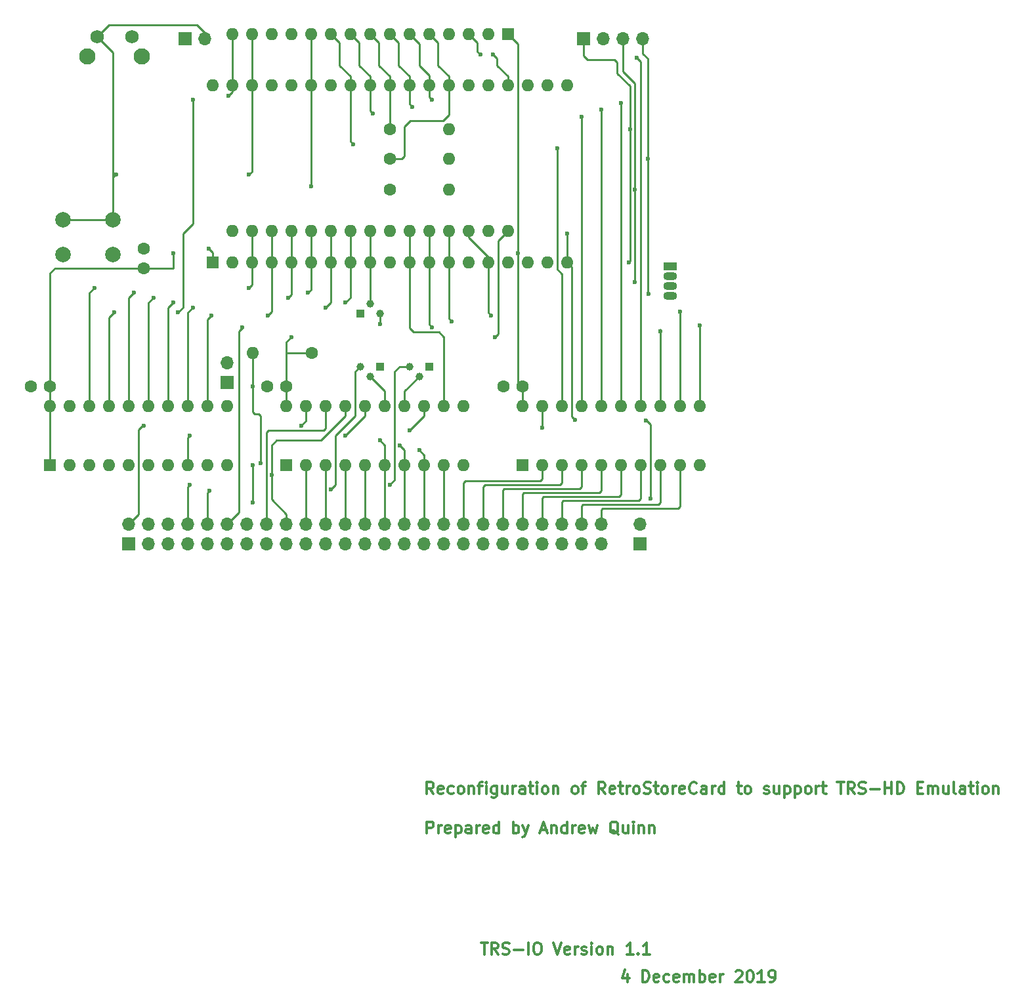
<source format=gbr>
G04 #@! TF.FileFunction,Copper,L1,Top,Signal*
%FSLAX46Y46*%
G04 Gerber Fmt 4.6, Leading zero omitted, Abs format (unit mm)*
G04 Created by KiCad (PCBNEW 4.0.7) date 12/04/19 23:23:48*
%MOMM*%
%LPD*%
G01*
G04 APERTURE LIST*
%ADD10C,0.100000*%
%ADD11C,0.300000*%
%ADD12C,1.600000*%
%ADD13R,1.800000X1.070000*%
%ADD14O,1.800000X1.070000*%
%ADD15C,1.000000*%
%ADD16R,1.000000X1.000000*%
%ADD17O,1.600000X1.600000*%
%ADD18C,2.000000*%
%ADD19R,1.600000X1.600000*%
%ADD20R,1.700000X1.700000*%
%ADD21O,1.700000X1.700000*%
%ADD22C,2.100000*%
%ADD23C,1.750000*%
%ADD24C,0.600000*%
%ADD25C,0.250000*%
G04 APERTURE END LIST*
D10*
D11*
X180284286Y-169451571D02*
X179784286Y-168737286D01*
X179427143Y-169451571D02*
X179427143Y-167951571D01*
X179998571Y-167951571D01*
X180141429Y-168023000D01*
X180212857Y-168094429D01*
X180284286Y-168237286D01*
X180284286Y-168451571D01*
X180212857Y-168594429D01*
X180141429Y-168665857D01*
X179998571Y-168737286D01*
X179427143Y-168737286D01*
X181498571Y-169380143D02*
X181355714Y-169451571D01*
X181070000Y-169451571D01*
X180927143Y-169380143D01*
X180855714Y-169237286D01*
X180855714Y-168665857D01*
X180927143Y-168523000D01*
X181070000Y-168451571D01*
X181355714Y-168451571D01*
X181498571Y-168523000D01*
X181570000Y-168665857D01*
X181570000Y-168808714D01*
X180855714Y-168951571D01*
X182855714Y-169380143D02*
X182712857Y-169451571D01*
X182427143Y-169451571D01*
X182284285Y-169380143D01*
X182212857Y-169308714D01*
X182141428Y-169165857D01*
X182141428Y-168737286D01*
X182212857Y-168594429D01*
X182284285Y-168523000D01*
X182427143Y-168451571D01*
X182712857Y-168451571D01*
X182855714Y-168523000D01*
X183712857Y-169451571D02*
X183569999Y-169380143D01*
X183498571Y-169308714D01*
X183427142Y-169165857D01*
X183427142Y-168737286D01*
X183498571Y-168594429D01*
X183569999Y-168523000D01*
X183712857Y-168451571D01*
X183927142Y-168451571D01*
X184069999Y-168523000D01*
X184141428Y-168594429D01*
X184212857Y-168737286D01*
X184212857Y-169165857D01*
X184141428Y-169308714D01*
X184069999Y-169380143D01*
X183927142Y-169451571D01*
X183712857Y-169451571D01*
X184855714Y-168451571D02*
X184855714Y-169451571D01*
X184855714Y-168594429D02*
X184927142Y-168523000D01*
X185070000Y-168451571D01*
X185284285Y-168451571D01*
X185427142Y-168523000D01*
X185498571Y-168665857D01*
X185498571Y-169451571D01*
X185998571Y-168451571D02*
X186570000Y-168451571D01*
X186212857Y-169451571D02*
X186212857Y-168165857D01*
X186284285Y-168023000D01*
X186427143Y-167951571D01*
X186570000Y-167951571D01*
X187070000Y-169451571D02*
X187070000Y-168451571D01*
X187070000Y-167951571D02*
X186998571Y-168023000D01*
X187070000Y-168094429D01*
X187141428Y-168023000D01*
X187070000Y-167951571D01*
X187070000Y-168094429D01*
X188427143Y-168451571D02*
X188427143Y-169665857D01*
X188355714Y-169808714D01*
X188284286Y-169880143D01*
X188141429Y-169951571D01*
X187927143Y-169951571D01*
X187784286Y-169880143D01*
X188427143Y-169380143D02*
X188284286Y-169451571D01*
X187998572Y-169451571D01*
X187855714Y-169380143D01*
X187784286Y-169308714D01*
X187712857Y-169165857D01*
X187712857Y-168737286D01*
X187784286Y-168594429D01*
X187855714Y-168523000D01*
X187998572Y-168451571D01*
X188284286Y-168451571D01*
X188427143Y-168523000D01*
X189784286Y-168451571D02*
X189784286Y-169451571D01*
X189141429Y-168451571D02*
X189141429Y-169237286D01*
X189212857Y-169380143D01*
X189355715Y-169451571D01*
X189570000Y-169451571D01*
X189712857Y-169380143D01*
X189784286Y-169308714D01*
X190498572Y-169451571D02*
X190498572Y-168451571D01*
X190498572Y-168737286D02*
X190570000Y-168594429D01*
X190641429Y-168523000D01*
X190784286Y-168451571D01*
X190927143Y-168451571D01*
X192070000Y-169451571D02*
X192070000Y-168665857D01*
X191998571Y-168523000D01*
X191855714Y-168451571D01*
X191570000Y-168451571D01*
X191427143Y-168523000D01*
X192070000Y-169380143D02*
X191927143Y-169451571D01*
X191570000Y-169451571D01*
X191427143Y-169380143D01*
X191355714Y-169237286D01*
X191355714Y-169094429D01*
X191427143Y-168951571D01*
X191570000Y-168880143D01*
X191927143Y-168880143D01*
X192070000Y-168808714D01*
X192570000Y-168451571D02*
X193141429Y-168451571D01*
X192784286Y-167951571D02*
X192784286Y-169237286D01*
X192855714Y-169380143D01*
X192998572Y-169451571D01*
X193141429Y-169451571D01*
X193641429Y-169451571D02*
X193641429Y-168451571D01*
X193641429Y-167951571D02*
X193570000Y-168023000D01*
X193641429Y-168094429D01*
X193712857Y-168023000D01*
X193641429Y-167951571D01*
X193641429Y-168094429D01*
X194570001Y-169451571D02*
X194427143Y-169380143D01*
X194355715Y-169308714D01*
X194284286Y-169165857D01*
X194284286Y-168737286D01*
X194355715Y-168594429D01*
X194427143Y-168523000D01*
X194570001Y-168451571D01*
X194784286Y-168451571D01*
X194927143Y-168523000D01*
X194998572Y-168594429D01*
X195070001Y-168737286D01*
X195070001Y-169165857D01*
X194998572Y-169308714D01*
X194927143Y-169380143D01*
X194784286Y-169451571D01*
X194570001Y-169451571D01*
X195712858Y-168451571D02*
X195712858Y-169451571D01*
X195712858Y-168594429D02*
X195784286Y-168523000D01*
X195927144Y-168451571D01*
X196141429Y-168451571D01*
X196284286Y-168523000D01*
X196355715Y-168665857D01*
X196355715Y-169451571D01*
X198427144Y-169451571D02*
X198284286Y-169380143D01*
X198212858Y-169308714D01*
X198141429Y-169165857D01*
X198141429Y-168737286D01*
X198212858Y-168594429D01*
X198284286Y-168523000D01*
X198427144Y-168451571D01*
X198641429Y-168451571D01*
X198784286Y-168523000D01*
X198855715Y-168594429D01*
X198927144Y-168737286D01*
X198927144Y-169165857D01*
X198855715Y-169308714D01*
X198784286Y-169380143D01*
X198641429Y-169451571D01*
X198427144Y-169451571D01*
X199355715Y-168451571D02*
X199927144Y-168451571D01*
X199570001Y-169451571D02*
X199570001Y-168165857D01*
X199641429Y-168023000D01*
X199784287Y-167951571D01*
X199927144Y-167951571D01*
X202427144Y-169451571D02*
X201927144Y-168737286D01*
X201570001Y-169451571D02*
X201570001Y-167951571D01*
X202141429Y-167951571D01*
X202284287Y-168023000D01*
X202355715Y-168094429D01*
X202427144Y-168237286D01*
X202427144Y-168451571D01*
X202355715Y-168594429D01*
X202284287Y-168665857D01*
X202141429Y-168737286D01*
X201570001Y-168737286D01*
X203641429Y-169380143D02*
X203498572Y-169451571D01*
X203212858Y-169451571D01*
X203070001Y-169380143D01*
X202998572Y-169237286D01*
X202998572Y-168665857D01*
X203070001Y-168523000D01*
X203212858Y-168451571D01*
X203498572Y-168451571D01*
X203641429Y-168523000D01*
X203712858Y-168665857D01*
X203712858Y-168808714D01*
X202998572Y-168951571D01*
X204141429Y-168451571D02*
X204712858Y-168451571D01*
X204355715Y-167951571D02*
X204355715Y-169237286D01*
X204427143Y-169380143D01*
X204570001Y-169451571D01*
X204712858Y-169451571D01*
X205212858Y-169451571D02*
X205212858Y-168451571D01*
X205212858Y-168737286D02*
X205284286Y-168594429D01*
X205355715Y-168523000D01*
X205498572Y-168451571D01*
X205641429Y-168451571D01*
X206355715Y-169451571D02*
X206212857Y-169380143D01*
X206141429Y-169308714D01*
X206070000Y-169165857D01*
X206070000Y-168737286D01*
X206141429Y-168594429D01*
X206212857Y-168523000D01*
X206355715Y-168451571D01*
X206570000Y-168451571D01*
X206712857Y-168523000D01*
X206784286Y-168594429D01*
X206855715Y-168737286D01*
X206855715Y-169165857D01*
X206784286Y-169308714D01*
X206712857Y-169380143D01*
X206570000Y-169451571D01*
X206355715Y-169451571D01*
X207427143Y-169380143D02*
X207641429Y-169451571D01*
X207998572Y-169451571D01*
X208141429Y-169380143D01*
X208212858Y-169308714D01*
X208284286Y-169165857D01*
X208284286Y-169023000D01*
X208212858Y-168880143D01*
X208141429Y-168808714D01*
X207998572Y-168737286D01*
X207712858Y-168665857D01*
X207570000Y-168594429D01*
X207498572Y-168523000D01*
X207427143Y-168380143D01*
X207427143Y-168237286D01*
X207498572Y-168094429D01*
X207570000Y-168023000D01*
X207712858Y-167951571D01*
X208070000Y-167951571D01*
X208284286Y-168023000D01*
X208712857Y-168451571D02*
X209284286Y-168451571D01*
X208927143Y-167951571D02*
X208927143Y-169237286D01*
X208998571Y-169380143D01*
X209141429Y-169451571D01*
X209284286Y-169451571D01*
X209998572Y-169451571D02*
X209855714Y-169380143D01*
X209784286Y-169308714D01*
X209712857Y-169165857D01*
X209712857Y-168737286D01*
X209784286Y-168594429D01*
X209855714Y-168523000D01*
X209998572Y-168451571D01*
X210212857Y-168451571D01*
X210355714Y-168523000D01*
X210427143Y-168594429D01*
X210498572Y-168737286D01*
X210498572Y-169165857D01*
X210427143Y-169308714D01*
X210355714Y-169380143D01*
X210212857Y-169451571D01*
X209998572Y-169451571D01*
X211141429Y-169451571D02*
X211141429Y-168451571D01*
X211141429Y-168737286D02*
X211212857Y-168594429D01*
X211284286Y-168523000D01*
X211427143Y-168451571D01*
X211570000Y-168451571D01*
X212641428Y-169380143D02*
X212498571Y-169451571D01*
X212212857Y-169451571D01*
X212070000Y-169380143D01*
X211998571Y-169237286D01*
X211998571Y-168665857D01*
X212070000Y-168523000D01*
X212212857Y-168451571D01*
X212498571Y-168451571D01*
X212641428Y-168523000D01*
X212712857Y-168665857D01*
X212712857Y-168808714D01*
X211998571Y-168951571D01*
X214212857Y-169308714D02*
X214141428Y-169380143D01*
X213927142Y-169451571D01*
X213784285Y-169451571D01*
X213570000Y-169380143D01*
X213427142Y-169237286D01*
X213355714Y-169094429D01*
X213284285Y-168808714D01*
X213284285Y-168594429D01*
X213355714Y-168308714D01*
X213427142Y-168165857D01*
X213570000Y-168023000D01*
X213784285Y-167951571D01*
X213927142Y-167951571D01*
X214141428Y-168023000D01*
X214212857Y-168094429D01*
X215498571Y-169451571D02*
X215498571Y-168665857D01*
X215427142Y-168523000D01*
X215284285Y-168451571D01*
X214998571Y-168451571D01*
X214855714Y-168523000D01*
X215498571Y-169380143D02*
X215355714Y-169451571D01*
X214998571Y-169451571D01*
X214855714Y-169380143D01*
X214784285Y-169237286D01*
X214784285Y-169094429D01*
X214855714Y-168951571D01*
X214998571Y-168880143D01*
X215355714Y-168880143D01*
X215498571Y-168808714D01*
X216212857Y-169451571D02*
X216212857Y-168451571D01*
X216212857Y-168737286D02*
X216284285Y-168594429D01*
X216355714Y-168523000D01*
X216498571Y-168451571D01*
X216641428Y-168451571D01*
X217784285Y-169451571D02*
X217784285Y-167951571D01*
X217784285Y-169380143D02*
X217641428Y-169451571D01*
X217355714Y-169451571D01*
X217212856Y-169380143D01*
X217141428Y-169308714D01*
X217069999Y-169165857D01*
X217069999Y-168737286D01*
X217141428Y-168594429D01*
X217212856Y-168523000D01*
X217355714Y-168451571D01*
X217641428Y-168451571D01*
X217784285Y-168523000D01*
X219427142Y-168451571D02*
X219998571Y-168451571D01*
X219641428Y-167951571D02*
X219641428Y-169237286D01*
X219712856Y-169380143D01*
X219855714Y-169451571D01*
X219998571Y-169451571D01*
X220712857Y-169451571D02*
X220569999Y-169380143D01*
X220498571Y-169308714D01*
X220427142Y-169165857D01*
X220427142Y-168737286D01*
X220498571Y-168594429D01*
X220569999Y-168523000D01*
X220712857Y-168451571D01*
X220927142Y-168451571D01*
X221069999Y-168523000D01*
X221141428Y-168594429D01*
X221212857Y-168737286D01*
X221212857Y-169165857D01*
X221141428Y-169308714D01*
X221069999Y-169380143D01*
X220927142Y-169451571D01*
X220712857Y-169451571D01*
X222927142Y-169380143D02*
X223069999Y-169451571D01*
X223355714Y-169451571D01*
X223498571Y-169380143D01*
X223569999Y-169237286D01*
X223569999Y-169165857D01*
X223498571Y-169023000D01*
X223355714Y-168951571D01*
X223141428Y-168951571D01*
X222998571Y-168880143D01*
X222927142Y-168737286D01*
X222927142Y-168665857D01*
X222998571Y-168523000D01*
X223141428Y-168451571D01*
X223355714Y-168451571D01*
X223498571Y-168523000D01*
X224855714Y-168451571D02*
X224855714Y-169451571D01*
X224212857Y-168451571D02*
X224212857Y-169237286D01*
X224284285Y-169380143D01*
X224427143Y-169451571D01*
X224641428Y-169451571D01*
X224784285Y-169380143D01*
X224855714Y-169308714D01*
X225570000Y-168451571D02*
X225570000Y-169951571D01*
X225570000Y-168523000D02*
X225712857Y-168451571D01*
X225998571Y-168451571D01*
X226141428Y-168523000D01*
X226212857Y-168594429D01*
X226284286Y-168737286D01*
X226284286Y-169165857D01*
X226212857Y-169308714D01*
X226141428Y-169380143D01*
X225998571Y-169451571D01*
X225712857Y-169451571D01*
X225570000Y-169380143D01*
X226927143Y-168451571D02*
X226927143Y-169951571D01*
X226927143Y-168523000D02*
X227070000Y-168451571D01*
X227355714Y-168451571D01*
X227498571Y-168523000D01*
X227570000Y-168594429D01*
X227641429Y-168737286D01*
X227641429Y-169165857D01*
X227570000Y-169308714D01*
X227498571Y-169380143D01*
X227355714Y-169451571D01*
X227070000Y-169451571D01*
X226927143Y-169380143D01*
X228498572Y-169451571D02*
X228355714Y-169380143D01*
X228284286Y-169308714D01*
X228212857Y-169165857D01*
X228212857Y-168737286D01*
X228284286Y-168594429D01*
X228355714Y-168523000D01*
X228498572Y-168451571D01*
X228712857Y-168451571D01*
X228855714Y-168523000D01*
X228927143Y-168594429D01*
X228998572Y-168737286D01*
X228998572Y-169165857D01*
X228927143Y-169308714D01*
X228855714Y-169380143D01*
X228712857Y-169451571D01*
X228498572Y-169451571D01*
X229641429Y-169451571D02*
X229641429Y-168451571D01*
X229641429Y-168737286D02*
X229712857Y-168594429D01*
X229784286Y-168523000D01*
X229927143Y-168451571D01*
X230070000Y-168451571D01*
X230355714Y-168451571D02*
X230927143Y-168451571D01*
X230570000Y-167951571D02*
X230570000Y-169237286D01*
X230641428Y-169380143D01*
X230784286Y-169451571D01*
X230927143Y-169451571D01*
X232355714Y-167951571D02*
X233212857Y-167951571D01*
X232784286Y-169451571D02*
X232784286Y-167951571D01*
X234570000Y-169451571D02*
X234070000Y-168737286D01*
X233712857Y-169451571D02*
X233712857Y-167951571D01*
X234284285Y-167951571D01*
X234427143Y-168023000D01*
X234498571Y-168094429D01*
X234570000Y-168237286D01*
X234570000Y-168451571D01*
X234498571Y-168594429D01*
X234427143Y-168665857D01*
X234284285Y-168737286D01*
X233712857Y-168737286D01*
X235141428Y-169380143D02*
X235355714Y-169451571D01*
X235712857Y-169451571D01*
X235855714Y-169380143D01*
X235927143Y-169308714D01*
X235998571Y-169165857D01*
X235998571Y-169023000D01*
X235927143Y-168880143D01*
X235855714Y-168808714D01*
X235712857Y-168737286D01*
X235427143Y-168665857D01*
X235284285Y-168594429D01*
X235212857Y-168523000D01*
X235141428Y-168380143D01*
X235141428Y-168237286D01*
X235212857Y-168094429D01*
X235284285Y-168023000D01*
X235427143Y-167951571D01*
X235784285Y-167951571D01*
X235998571Y-168023000D01*
X236641428Y-168880143D02*
X237784285Y-168880143D01*
X238498571Y-169451571D02*
X238498571Y-167951571D01*
X238498571Y-168665857D02*
X239355714Y-168665857D01*
X239355714Y-169451571D02*
X239355714Y-167951571D01*
X240070000Y-169451571D02*
X240070000Y-167951571D01*
X240427143Y-167951571D01*
X240641428Y-168023000D01*
X240784286Y-168165857D01*
X240855714Y-168308714D01*
X240927143Y-168594429D01*
X240927143Y-168808714D01*
X240855714Y-169094429D01*
X240784286Y-169237286D01*
X240641428Y-169380143D01*
X240427143Y-169451571D01*
X240070000Y-169451571D01*
X242712857Y-168665857D02*
X243212857Y-168665857D01*
X243427143Y-169451571D02*
X242712857Y-169451571D01*
X242712857Y-167951571D01*
X243427143Y-167951571D01*
X244070000Y-169451571D02*
X244070000Y-168451571D01*
X244070000Y-168594429D02*
X244141428Y-168523000D01*
X244284286Y-168451571D01*
X244498571Y-168451571D01*
X244641428Y-168523000D01*
X244712857Y-168665857D01*
X244712857Y-169451571D01*
X244712857Y-168665857D02*
X244784286Y-168523000D01*
X244927143Y-168451571D01*
X245141428Y-168451571D01*
X245284286Y-168523000D01*
X245355714Y-168665857D01*
X245355714Y-169451571D01*
X246712857Y-168451571D02*
X246712857Y-169451571D01*
X246070000Y-168451571D02*
X246070000Y-169237286D01*
X246141428Y-169380143D01*
X246284286Y-169451571D01*
X246498571Y-169451571D01*
X246641428Y-169380143D01*
X246712857Y-169308714D01*
X247641429Y-169451571D02*
X247498571Y-169380143D01*
X247427143Y-169237286D01*
X247427143Y-167951571D01*
X248855714Y-169451571D02*
X248855714Y-168665857D01*
X248784285Y-168523000D01*
X248641428Y-168451571D01*
X248355714Y-168451571D01*
X248212857Y-168523000D01*
X248855714Y-169380143D02*
X248712857Y-169451571D01*
X248355714Y-169451571D01*
X248212857Y-169380143D01*
X248141428Y-169237286D01*
X248141428Y-169094429D01*
X248212857Y-168951571D01*
X248355714Y-168880143D01*
X248712857Y-168880143D01*
X248855714Y-168808714D01*
X249355714Y-168451571D02*
X249927143Y-168451571D01*
X249570000Y-167951571D02*
X249570000Y-169237286D01*
X249641428Y-169380143D01*
X249784286Y-169451571D01*
X249927143Y-169451571D01*
X250427143Y-169451571D02*
X250427143Y-168451571D01*
X250427143Y-167951571D02*
X250355714Y-168023000D01*
X250427143Y-168094429D01*
X250498571Y-168023000D01*
X250427143Y-167951571D01*
X250427143Y-168094429D01*
X251355715Y-169451571D02*
X251212857Y-169380143D01*
X251141429Y-169308714D01*
X251070000Y-169165857D01*
X251070000Y-168737286D01*
X251141429Y-168594429D01*
X251212857Y-168523000D01*
X251355715Y-168451571D01*
X251570000Y-168451571D01*
X251712857Y-168523000D01*
X251784286Y-168594429D01*
X251855715Y-168737286D01*
X251855715Y-169165857D01*
X251784286Y-169308714D01*
X251712857Y-169380143D01*
X251570000Y-169451571D01*
X251355715Y-169451571D01*
X252498572Y-168451571D02*
X252498572Y-169451571D01*
X252498572Y-168594429D02*
X252570000Y-168523000D01*
X252712858Y-168451571D01*
X252927143Y-168451571D01*
X253070000Y-168523000D01*
X253141429Y-168665857D01*
X253141429Y-169451571D01*
X179427143Y-174551571D02*
X179427143Y-173051571D01*
X179998571Y-173051571D01*
X180141429Y-173123000D01*
X180212857Y-173194429D01*
X180284286Y-173337286D01*
X180284286Y-173551571D01*
X180212857Y-173694429D01*
X180141429Y-173765857D01*
X179998571Y-173837286D01*
X179427143Y-173837286D01*
X180927143Y-174551571D02*
X180927143Y-173551571D01*
X180927143Y-173837286D02*
X180998571Y-173694429D01*
X181070000Y-173623000D01*
X181212857Y-173551571D01*
X181355714Y-173551571D01*
X182427142Y-174480143D02*
X182284285Y-174551571D01*
X181998571Y-174551571D01*
X181855714Y-174480143D01*
X181784285Y-174337286D01*
X181784285Y-173765857D01*
X181855714Y-173623000D01*
X181998571Y-173551571D01*
X182284285Y-173551571D01*
X182427142Y-173623000D01*
X182498571Y-173765857D01*
X182498571Y-173908714D01*
X181784285Y-174051571D01*
X183141428Y-173551571D02*
X183141428Y-175051571D01*
X183141428Y-173623000D02*
X183284285Y-173551571D01*
X183569999Y-173551571D01*
X183712856Y-173623000D01*
X183784285Y-173694429D01*
X183855714Y-173837286D01*
X183855714Y-174265857D01*
X183784285Y-174408714D01*
X183712856Y-174480143D01*
X183569999Y-174551571D01*
X183284285Y-174551571D01*
X183141428Y-174480143D01*
X185141428Y-174551571D02*
X185141428Y-173765857D01*
X185069999Y-173623000D01*
X184927142Y-173551571D01*
X184641428Y-173551571D01*
X184498571Y-173623000D01*
X185141428Y-174480143D02*
X184998571Y-174551571D01*
X184641428Y-174551571D01*
X184498571Y-174480143D01*
X184427142Y-174337286D01*
X184427142Y-174194429D01*
X184498571Y-174051571D01*
X184641428Y-173980143D01*
X184998571Y-173980143D01*
X185141428Y-173908714D01*
X185855714Y-174551571D02*
X185855714Y-173551571D01*
X185855714Y-173837286D02*
X185927142Y-173694429D01*
X185998571Y-173623000D01*
X186141428Y-173551571D01*
X186284285Y-173551571D01*
X187355713Y-174480143D02*
X187212856Y-174551571D01*
X186927142Y-174551571D01*
X186784285Y-174480143D01*
X186712856Y-174337286D01*
X186712856Y-173765857D01*
X186784285Y-173623000D01*
X186927142Y-173551571D01*
X187212856Y-173551571D01*
X187355713Y-173623000D01*
X187427142Y-173765857D01*
X187427142Y-173908714D01*
X186712856Y-174051571D01*
X188712856Y-174551571D02*
X188712856Y-173051571D01*
X188712856Y-174480143D02*
X188569999Y-174551571D01*
X188284285Y-174551571D01*
X188141427Y-174480143D01*
X188069999Y-174408714D01*
X187998570Y-174265857D01*
X187998570Y-173837286D01*
X188069999Y-173694429D01*
X188141427Y-173623000D01*
X188284285Y-173551571D01*
X188569999Y-173551571D01*
X188712856Y-173623000D01*
X190569999Y-174551571D02*
X190569999Y-173051571D01*
X190569999Y-173623000D02*
X190712856Y-173551571D01*
X190998570Y-173551571D01*
X191141427Y-173623000D01*
X191212856Y-173694429D01*
X191284285Y-173837286D01*
X191284285Y-174265857D01*
X191212856Y-174408714D01*
X191141427Y-174480143D01*
X190998570Y-174551571D01*
X190712856Y-174551571D01*
X190569999Y-174480143D01*
X191784285Y-173551571D02*
X192141428Y-174551571D01*
X192498570Y-173551571D02*
X192141428Y-174551571D01*
X191998570Y-174908714D01*
X191927142Y-174980143D01*
X191784285Y-175051571D01*
X194141427Y-174123000D02*
X194855713Y-174123000D01*
X193998570Y-174551571D02*
X194498570Y-173051571D01*
X194998570Y-174551571D01*
X195498570Y-173551571D02*
X195498570Y-174551571D01*
X195498570Y-173694429D02*
X195569998Y-173623000D01*
X195712856Y-173551571D01*
X195927141Y-173551571D01*
X196069998Y-173623000D01*
X196141427Y-173765857D01*
X196141427Y-174551571D01*
X197498570Y-174551571D02*
X197498570Y-173051571D01*
X197498570Y-174480143D02*
X197355713Y-174551571D01*
X197069999Y-174551571D01*
X196927141Y-174480143D01*
X196855713Y-174408714D01*
X196784284Y-174265857D01*
X196784284Y-173837286D01*
X196855713Y-173694429D01*
X196927141Y-173623000D01*
X197069999Y-173551571D01*
X197355713Y-173551571D01*
X197498570Y-173623000D01*
X198212856Y-174551571D02*
X198212856Y-173551571D01*
X198212856Y-173837286D02*
X198284284Y-173694429D01*
X198355713Y-173623000D01*
X198498570Y-173551571D01*
X198641427Y-173551571D01*
X199712855Y-174480143D02*
X199569998Y-174551571D01*
X199284284Y-174551571D01*
X199141427Y-174480143D01*
X199069998Y-174337286D01*
X199069998Y-173765857D01*
X199141427Y-173623000D01*
X199284284Y-173551571D01*
X199569998Y-173551571D01*
X199712855Y-173623000D01*
X199784284Y-173765857D01*
X199784284Y-173908714D01*
X199069998Y-174051571D01*
X200284284Y-173551571D02*
X200569998Y-174551571D01*
X200855712Y-173837286D01*
X201141427Y-174551571D01*
X201427141Y-173551571D01*
X204141427Y-174694429D02*
X203998570Y-174623000D01*
X203855713Y-174480143D01*
X203641427Y-174265857D01*
X203498570Y-174194429D01*
X203355713Y-174194429D01*
X203427141Y-174551571D02*
X203284284Y-174480143D01*
X203141427Y-174337286D01*
X203069998Y-174051571D01*
X203069998Y-173551571D01*
X203141427Y-173265857D01*
X203284284Y-173123000D01*
X203427141Y-173051571D01*
X203712855Y-173051571D01*
X203855713Y-173123000D01*
X203998570Y-173265857D01*
X204069998Y-173551571D01*
X204069998Y-174051571D01*
X203998570Y-174337286D01*
X203855713Y-174480143D01*
X203712855Y-174551571D01*
X203427141Y-174551571D01*
X205355713Y-173551571D02*
X205355713Y-174551571D01*
X204712856Y-173551571D02*
X204712856Y-174337286D01*
X204784284Y-174480143D01*
X204927142Y-174551571D01*
X205141427Y-174551571D01*
X205284284Y-174480143D01*
X205355713Y-174408714D01*
X206069999Y-174551571D02*
X206069999Y-173551571D01*
X206069999Y-173051571D02*
X205998570Y-173123000D01*
X206069999Y-173194429D01*
X206141427Y-173123000D01*
X206069999Y-173051571D01*
X206069999Y-173194429D01*
X206784285Y-173551571D02*
X206784285Y-174551571D01*
X206784285Y-173694429D02*
X206855713Y-173623000D01*
X206998571Y-173551571D01*
X207212856Y-173551571D01*
X207355713Y-173623000D01*
X207427142Y-173765857D01*
X207427142Y-174551571D01*
X208141428Y-173551571D02*
X208141428Y-174551571D01*
X208141428Y-173694429D02*
X208212856Y-173623000D01*
X208355714Y-173551571D01*
X208569999Y-173551571D01*
X208712856Y-173623000D01*
X208784285Y-173765857D01*
X208784285Y-174551571D01*
X205324431Y-192718571D02*
X205324431Y-193718571D01*
X204967288Y-192147143D02*
X204610145Y-193218571D01*
X205538717Y-193218571D01*
X207253002Y-193718571D02*
X207253002Y-192218571D01*
X207610145Y-192218571D01*
X207824430Y-192290000D01*
X207967288Y-192432857D01*
X208038716Y-192575714D01*
X208110145Y-192861429D01*
X208110145Y-193075714D01*
X208038716Y-193361429D01*
X207967288Y-193504286D01*
X207824430Y-193647143D01*
X207610145Y-193718571D01*
X207253002Y-193718571D01*
X209324430Y-193647143D02*
X209181573Y-193718571D01*
X208895859Y-193718571D01*
X208753002Y-193647143D01*
X208681573Y-193504286D01*
X208681573Y-192932857D01*
X208753002Y-192790000D01*
X208895859Y-192718571D01*
X209181573Y-192718571D01*
X209324430Y-192790000D01*
X209395859Y-192932857D01*
X209395859Y-193075714D01*
X208681573Y-193218571D01*
X210681573Y-193647143D02*
X210538716Y-193718571D01*
X210253002Y-193718571D01*
X210110144Y-193647143D01*
X210038716Y-193575714D01*
X209967287Y-193432857D01*
X209967287Y-193004286D01*
X210038716Y-192861429D01*
X210110144Y-192790000D01*
X210253002Y-192718571D01*
X210538716Y-192718571D01*
X210681573Y-192790000D01*
X211895858Y-193647143D02*
X211753001Y-193718571D01*
X211467287Y-193718571D01*
X211324430Y-193647143D01*
X211253001Y-193504286D01*
X211253001Y-192932857D01*
X211324430Y-192790000D01*
X211467287Y-192718571D01*
X211753001Y-192718571D01*
X211895858Y-192790000D01*
X211967287Y-192932857D01*
X211967287Y-193075714D01*
X211253001Y-193218571D01*
X212610144Y-193718571D02*
X212610144Y-192718571D01*
X212610144Y-192861429D02*
X212681572Y-192790000D01*
X212824430Y-192718571D01*
X213038715Y-192718571D01*
X213181572Y-192790000D01*
X213253001Y-192932857D01*
X213253001Y-193718571D01*
X213253001Y-192932857D02*
X213324430Y-192790000D01*
X213467287Y-192718571D01*
X213681572Y-192718571D01*
X213824430Y-192790000D01*
X213895858Y-192932857D01*
X213895858Y-193718571D01*
X214610144Y-193718571D02*
X214610144Y-192218571D01*
X214610144Y-192790000D02*
X214753001Y-192718571D01*
X215038715Y-192718571D01*
X215181572Y-192790000D01*
X215253001Y-192861429D01*
X215324430Y-193004286D01*
X215324430Y-193432857D01*
X215253001Y-193575714D01*
X215181572Y-193647143D01*
X215038715Y-193718571D01*
X214753001Y-193718571D01*
X214610144Y-193647143D01*
X216538715Y-193647143D02*
X216395858Y-193718571D01*
X216110144Y-193718571D01*
X215967287Y-193647143D01*
X215895858Y-193504286D01*
X215895858Y-192932857D01*
X215967287Y-192790000D01*
X216110144Y-192718571D01*
X216395858Y-192718571D01*
X216538715Y-192790000D01*
X216610144Y-192932857D01*
X216610144Y-193075714D01*
X215895858Y-193218571D01*
X217253001Y-193718571D02*
X217253001Y-192718571D01*
X217253001Y-193004286D02*
X217324429Y-192861429D01*
X217395858Y-192790000D01*
X217538715Y-192718571D01*
X217681572Y-192718571D01*
X219253000Y-192361429D02*
X219324429Y-192290000D01*
X219467286Y-192218571D01*
X219824429Y-192218571D01*
X219967286Y-192290000D01*
X220038715Y-192361429D01*
X220110143Y-192504286D01*
X220110143Y-192647143D01*
X220038715Y-192861429D01*
X219181572Y-193718571D01*
X220110143Y-193718571D01*
X221038714Y-192218571D02*
X221181571Y-192218571D01*
X221324428Y-192290000D01*
X221395857Y-192361429D01*
X221467286Y-192504286D01*
X221538714Y-192790000D01*
X221538714Y-193147143D01*
X221467286Y-193432857D01*
X221395857Y-193575714D01*
X221324428Y-193647143D01*
X221181571Y-193718571D01*
X221038714Y-193718571D01*
X220895857Y-193647143D01*
X220824428Y-193575714D01*
X220753000Y-193432857D01*
X220681571Y-193147143D01*
X220681571Y-192790000D01*
X220753000Y-192504286D01*
X220824428Y-192361429D01*
X220895857Y-192290000D01*
X221038714Y-192218571D01*
X222967285Y-193718571D02*
X222110142Y-193718571D01*
X222538714Y-193718571D02*
X222538714Y-192218571D01*
X222395857Y-192432857D01*
X222252999Y-192575714D01*
X222110142Y-192647143D01*
X223681570Y-193718571D02*
X223967285Y-193718571D01*
X224110142Y-193647143D01*
X224181570Y-193575714D01*
X224324428Y-193361429D01*
X224395856Y-193075714D01*
X224395856Y-192504286D01*
X224324428Y-192361429D01*
X224252999Y-192290000D01*
X224110142Y-192218571D01*
X223824428Y-192218571D01*
X223681570Y-192290000D01*
X223610142Y-192361429D01*
X223538713Y-192504286D01*
X223538713Y-192861429D01*
X223610142Y-193004286D01*
X223681570Y-193075714D01*
X223824428Y-193147143D01*
X224110142Y-193147143D01*
X224252999Y-193075714D01*
X224324428Y-193004286D01*
X224395856Y-192861429D01*
X186393715Y-188662571D02*
X187250858Y-188662571D01*
X186822287Y-190162571D02*
X186822287Y-188662571D01*
X188608001Y-190162571D02*
X188108001Y-189448286D01*
X187750858Y-190162571D02*
X187750858Y-188662571D01*
X188322286Y-188662571D01*
X188465144Y-188734000D01*
X188536572Y-188805429D01*
X188608001Y-188948286D01*
X188608001Y-189162571D01*
X188536572Y-189305429D01*
X188465144Y-189376857D01*
X188322286Y-189448286D01*
X187750858Y-189448286D01*
X189179429Y-190091143D02*
X189393715Y-190162571D01*
X189750858Y-190162571D01*
X189893715Y-190091143D01*
X189965144Y-190019714D01*
X190036572Y-189876857D01*
X190036572Y-189734000D01*
X189965144Y-189591143D01*
X189893715Y-189519714D01*
X189750858Y-189448286D01*
X189465144Y-189376857D01*
X189322286Y-189305429D01*
X189250858Y-189234000D01*
X189179429Y-189091143D01*
X189179429Y-188948286D01*
X189250858Y-188805429D01*
X189322286Y-188734000D01*
X189465144Y-188662571D01*
X189822286Y-188662571D01*
X190036572Y-188734000D01*
X190679429Y-189591143D02*
X191822286Y-189591143D01*
X192536572Y-190162571D02*
X192536572Y-188662571D01*
X193536572Y-188662571D02*
X193822286Y-188662571D01*
X193965144Y-188734000D01*
X194108001Y-188876857D01*
X194179429Y-189162571D01*
X194179429Y-189662571D01*
X194108001Y-189948286D01*
X193965144Y-190091143D01*
X193822286Y-190162571D01*
X193536572Y-190162571D01*
X193393715Y-190091143D01*
X193250858Y-189948286D01*
X193179429Y-189662571D01*
X193179429Y-189162571D01*
X193250858Y-188876857D01*
X193393715Y-188734000D01*
X193536572Y-188662571D01*
X195750858Y-188662571D02*
X196250858Y-190162571D01*
X196750858Y-188662571D01*
X197822286Y-190091143D02*
X197679429Y-190162571D01*
X197393715Y-190162571D01*
X197250858Y-190091143D01*
X197179429Y-189948286D01*
X197179429Y-189376857D01*
X197250858Y-189234000D01*
X197393715Y-189162571D01*
X197679429Y-189162571D01*
X197822286Y-189234000D01*
X197893715Y-189376857D01*
X197893715Y-189519714D01*
X197179429Y-189662571D01*
X198536572Y-190162571D02*
X198536572Y-189162571D01*
X198536572Y-189448286D02*
X198608000Y-189305429D01*
X198679429Y-189234000D01*
X198822286Y-189162571D01*
X198965143Y-189162571D01*
X199393714Y-190091143D02*
X199536571Y-190162571D01*
X199822286Y-190162571D01*
X199965143Y-190091143D01*
X200036571Y-189948286D01*
X200036571Y-189876857D01*
X199965143Y-189734000D01*
X199822286Y-189662571D01*
X199608000Y-189662571D01*
X199465143Y-189591143D01*
X199393714Y-189448286D01*
X199393714Y-189376857D01*
X199465143Y-189234000D01*
X199608000Y-189162571D01*
X199822286Y-189162571D01*
X199965143Y-189234000D01*
X200679429Y-190162571D02*
X200679429Y-189162571D01*
X200679429Y-188662571D02*
X200608000Y-188734000D01*
X200679429Y-188805429D01*
X200750857Y-188734000D01*
X200679429Y-188662571D01*
X200679429Y-188805429D01*
X201608001Y-190162571D02*
X201465143Y-190091143D01*
X201393715Y-190019714D01*
X201322286Y-189876857D01*
X201322286Y-189448286D01*
X201393715Y-189305429D01*
X201465143Y-189234000D01*
X201608001Y-189162571D01*
X201822286Y-189162571D01*
X201965143Y-189234000D01*
X202036572Y-189305429D01*
X202108001Y-189448286D01*
X202108001Y-189876857D01*
X202036572Y-190019714D01*
X201965143Y-190091143D01*
X201822286Y-190162571D01*
X201608001Y-190162571D01*
X202750858Y-189162571D02*
X202750858Y-190162571D01*
X202750858Y-189305429D02*
X202822286Y-189234000D01*
X202965144Y-189162571D01*
X203179429Y-189162571D01*
X203322286Y-189234000D01*
X203393715Y-189376857D01*
X203393715Y-190162571D01*
X206036572Y-190162571D02*
X205179429Y-190162571D01*
X205608001Y-190162571D02*
X205608001Y-188662571D01*
X205465144Y-188876857D01*
X205322286Y-189019714D01*
X205179429Y-189091143D01*
X206679429Y-190019714D02*
X206750857Y-190091143D01*
X206679429Y-190162571D01*
X206608000Y-190091143D01*
X206679429Y-190019714D01*
X206679429Y-190162571D01*
X208179429Y-190162571D02*
X207322286Y-190162571D01*
X207750858Y-190162571D02*
X207750858Y-188662571D01*
X207608001Y-188876857D01*
X207465143Y-189019714D01*
X207322286Y-189091143D01*
D12*
X130810000Y-116840000D03*
X128310000Y-116840000D03*
X161290000Y-116840000D03*
X158790000Y-116840000D03*
X191770000Y-116840000D03*
X189270000Y-116840000D03*
X142875000Y-101600000D03*
X142875000Y-99100000D03*
D13*
X210820000Y-101346000D03*
D14*
X210820000Y-102616000D03*
X210820000Y-103886000D03*
X210820000Y-105156000D03*
D15*
X172085000Y-106172000D03*
X173355000Y-107442000D03*
D16*
X170815000Y-107442000D03*
D15*
X172085000Y-115570000D03*
X170815000Y-114300000D03*
D16*
X173355000Y-114300000D03*
D15*
X178435000Y-115570000D03*
X177165000Y-114300000D03*
D16*
X179705000Y-114300000D03*
D12*
X174625000Y-83693000D03*
D17*
X182245000Y-83693000D03*
D12*
X174625000Y-87503000D03*
D17*
X182245000Y-87503000D03*
D12*
X174625000Y-91440000D03*
D17*
X182245000Y-91440000D03*
D18*
X132461000Y-99877000D03*
X132461000Y-95377000D03*
X138961000Y-99877000D03*
X138961000Y-95377000D03*
D19*
X191770000Y-127000000D03*
D17*
X214630000Y-119380000D03*
X194310000Y-127000000D03*
X212090000Y-119380000D03*
X196850000Y-127000000D03*
X209550000Y-119380000D03*
X199390000Y-127000000D03*
X207010000Y-119380000D03*
X201930000Y-127000000D03*
X204470000Y-119380000D03*
X204470000Y-127000000D03*
X201930000Y-119380000D03*
X207010000Y-127000000D03*
X199390000Y-119380000D03*
X209550000Y-127000000D03*
X196850000Y-119380000D03*
X212090000Y-127000000D03*
X194310000Y-119380000D03*
X214630000Y-127000000D03*
X191770000Y-119380000D03*
D19*
X161290000Y-127000000D03*
D17*
X184150000Y-119380000D03*
X163830000Y-127000000D03*
X181610000Y-119380000D03*
X166370000Y-127000000D03*
X179070000Y-119380000D03*
X168910000Y-127000000D03*
X176530000Y-119380000D03*
X171450000Y-127000000D03*
X173990000Y-119380000D03*
X173990000Y-127000000D03*
X171450000Y-119380000D03*
X176530000Y-127000000D03*
X168910000Y-119380000D03*
X179070000Y-127000000D03*
X166370000Y-119380000D03*
X181610000Y-127000000D03*
X163830000Y-119380000D03*
X184150000Y-127000000D03*
X161290000Y-119380000D03*
D19*
X130810000Y-127000000D03*
D17*
X153670000Y-119380000D03*
X133350000Y-127000000D03*
X151130000Y-119380000D03*
X135890000Y-127000000D03*
X148590000Y-119380000D03*
X138430000Y-127000000D03*
X146050000Y-119380000D03*
X140970000Y-127000000D03*
X143510000Y-119380000D03*
X143510000Y-127000000D03*
X140970000Y-119380000D03*
X146050000Y-127000000D03*
X138430000Y-119380000D03*
X148590000Y-127000000D03*
X135890000Y-119380000D03*
X151130000Y-127000000D03*
X133350000Y-119380000D03*
X153670000Y-127000000D03*
X130810000Y-119380000D03*
D20*
X140970000Y-137160000D03*
D21*
X140970000Y-134620000D03*
X143510000Y-137160000D03*
X143510000Y-134620000D03*
X146050000Y-137160000D03*
X146050000Y-134620000D03*
X148590000Y-137160000D03*
X148590000Y-134620000D03*
X151130000Y-137160000D03*
X151130000Y-134620000D03*
X153670000Y-137160000D03*
X153670000Y-134620000D03*
X156210000Y-137160000D03*
X156210000Y-134620000D03*
X158750000Y-137160000D03*
X158750000Y-134620000D03*
X161290000Y-137160000D03*
X161290000Y-134620000D03*
X163830000Y-137160000D03*
X163830000Y-134620000D03*
X166370000Y-137160000D03*
X166370000Y-134620000D03*
X168910000Y-137160000D03*
X168910000Y-134620000D03*
X171450000Y-137160000D03*
X171450000Y-134620000D03*
X173990000Y-137160000D03*
X173990000Y-134620000D03*
X176530000Y-137160000D03*
X176530000Y-134620000D03*
X179070000Y-137160000D03*
X179070000Y-134620000D03*
X181610000Y-137160000D03*
X181610000Y-134620000D03*
X184150000Y-137160000D03*
X184150000Y-134620000D03*
X186690000Y-137160000D03*
X186690000Y-134620000D03*
X189230000Y-137160000D03*
X189230000Y-134620000D03*
X191770000Y-137160000D03*
X191770000Y-134620000D03*
X194310000Y-137160000D03*
X194310000Y-134620000D03*
X196850000Y-137160000D03*
X196850000Y-134620000D03*
X199390000Y-137160000D03*
X199390000Y-134620000D03*
X201930000Y-137160000D03*
X201930000Y-134620000D03*
D19*
X189865000Y-71374000D03*
D17*
X187325000Y-71374000D03*
X184785000Y-71374000D03*
X182245000Y-71374000D03*
X179705000Y-71374000D03*
X177165000Y-71374000D03*
X154305000Y-96774000D03*
X174625000Y-71374000D03*
X156845000Y-96774000D03*
X172085000Y-71374000D03*
X159385000Y-96774000D03*
X169545000Y-71374000D03*
X161925000Y-96774000D03*
X167005000Y-71374000D03*
X164465000Y-96774000D03*
X164465000Y-71374000D03*
X167005000Y-96774000D03*
X161925000Y-71374000D03*
X169545000Y-96774000D03*
X159385000Y-71374000D03*
X172085000Y-96774000D03*
X156845000Y-71374000D03*
X174625000Y-96774000D03*
X154305000Y-71374000D03*
X177165000Y-96774000D03*
X179705000Y-96774000D03*
X182245000Y-96774000D03*
X184785000Y-96774000D03*
X187325000Y-96774000D03*
X189865000Y-96774000D03*
D19*
X151765000Y-100838000D03*
D17*
X154305000Y-100838000D03*
X197485000Y-77978000D03*
X156845000Y-100838000D03*
X194945000Y-77978000D03*
X159385000Y-100838000D03*
X192405000Y-77978000D03*
X161925000Y-100838000D03*
X189865000Y-77978000D03*
X164465000Y-100838000D03*
X187325000Y-77978000D03*
X167005000Y-100838000D03*
X184785000Y-77978000D03*
X169545000Y-100838000D03*
X182245000Y-77978000D03*
X172085000Y-100838000D03*
X179705000Y-77978000D03*
X174625000Y-100838000D03*
X177165000Y-77978000D03*
X177165000Y-100838000D03*
X174625000Y-77978000D03*
X179705000Y-100838000D03*
X172085000Y-77978000D03*
X182245000Y-100838000D03*
X169545000Y-77978000D03*
X184785000Y-100838000D03*
X167005000Y-77978000D03*
X187325000Y-100838000D03*
X164465000Y-77978000D03*
X189865000Y-100838000D03*
X161925000Y-77978000D03*
X192405000Y-100838000D03*
X159385000Y-77978000D03*
X194945000Y-100838000D03*
X156845000Y-77978000D03*
X197485000Y-100838000D03*
X154305000Y-77978000D03*
X151828500Y-77978000D03*
D20*
X206883000Y-137160000D03*
D21*
X206883000Y-134620000D03*
D20*
X148209000Y-72009000D03*
D21*
X150749000Y-72009000D03*
D20*
X199644000Y-72009000D03*
D21*
X202184000Y-72009000D03*
X204724000Y-72009000D03*
X207264000Y-72009000D03*
D22*
X142666000Y-74245000D03*
D23*
X141406000Y-71755000D03*
X136906000Y-71755000D03*
D22*
X135656000Y-74245000D03*
D20*
X153670000Y-116332000D03*
D21*
X153670000Y-113792000D03*
D12*
X164592000Y-112522000D03*
D17*
X156972000Y-112522000D03*
D24*
X191135000Y-99695000D03*
X151257000Y-99060000D03*
X146685000Y-99695000D03*
X156972000Y-131826000D03*
X156972000Y-127000000D03*
X178435000Y-125095000D03*
X175895000Y-124460000D03*
X173355000Y-123825000D03*
X159385000Y-128270000D03*
X155575000Y-109220000D03*
X173355000Y-108839000D03*
X151384000Y-130302000D03*
X167005000Y-130175000D03*
X148844000Y-129540000D03*
X174625000Y-129540000D03*
X142875000Y-121920000D03*
X163195000Y-121920000D03*
X164465000Y-91059000D03*
X156464000Y-104140000D03*
X136525000Y-104140000D03*
X161544000Y-105410000D03*
X144145000Y-105410000D03*
X187960000Y-74041000D03*
X186309000Y-74041000D03*
X206502000Y-74422000D03*
X164084000Y-104775000D03*
X141605000Y-104775000D03*
X166370000Y-106680000D03*
X149225000Y-106680000D03*
X168910000Y-106045000D03*
X146685000Y-106045000D03*
X204470000Y-80264000D03*
X180086000Y-79883000D03*
X177546000Y-80772000D03*
X201930000Y-81153000D03*
X209550000Y-109728000D03*
X180086000Y-109220000D03*
X172466000Y-81661000D03*
X199390000Y-82042000D03*
X182626000Y-108458000D03*
X214630000Y-108966000D03*
X196215000Y-86106000D03*
X169926000Y-85598000D03*
X187706000Y-107696000D03*
X212090000Y-107188000D03*
X149225000Y-79883000D03*
X153797000Y-79375000D03*
X139065000Y-107315000D03*
X147320000Y-107315000D03*
X194310000Y-122174000D03*
X177165000Y-122555000D03*
X151638000Y-107696000D03*
X158877000Y-107696000D03*
X168910000Y-123190000D03*
X148844000Y-123190000D03*
X207645000Y-121285000D03*
X208280000Y-131318000D03*
X198501000Y-121158000D03*
X197485000Y-97155000D03*
X188214000Y-110490000D03*
X161925000Y-110490000D03*
X139319000Y-89535000D03*
X156464000Y-89535000D03*
X205486000Y-100838000D03*
X205613000Y-83693000D03*
X206248000Y-103378000D03*
X206248000Y-91440000D03*
X208026000Y-104902000D03*
X207899000Y-87503000D03*
X157988000Y-126746000D03*
X156972000Y-116840000D03*
D25*
X191135000Y-99695000D02*
X191135000Y-72644000D01*
X191135000Y-72644000D02*
X189865000Y-71374000D01*
X191135000Y-109220000D02*
X191135000Y-116205000D01*
X191135000Y-99695000D02*
X191135000Y-109220000D01*
X191135000Y-116205000D02*
X191770000Y-116840000D01*
X151765000Y-100838000D02*
X151765000Y-99568000D01*
X151765000Y-99568000D02*
X151257000Y-99060000D01*
X146685000Y-101600000D02*
X146685000Y-99695000D01*
X142875000Y-101600000D02*
X131445000Y-101600000D01*
X130810000Y-102235000D02*
X130810000Y-116840000D01*
X131445000Y-101600000D02*
X130810000Y-102235000D01*
X130810000Y-116840000D02*
X130810000Y-119380000D01*
X130810000Y-119380000D02*
X130810000Y-127000000D01*
X191770000Y-116840000D02*
X191770000Y-119380000D01*
X146685000Y-101600000D02*
X142875000Y-101600000D01*
X156972000Y-127000000D02*
X156972000Y-131826000D01*
X201930000Y-134620000D02*
X201930000Y-132784002D01*
X212090000Y-132334000D02*
X212090000Y-127000000D01*
X211836000Y-132588000D02*
X212090000Y-132334000D01*
X202126002Y-132588000D02*
X211836000Y-132588000D01*
X201930000Y-132784002D02*
X202126002Y-132588000D01*
X199390000Y-134620000D02*
X199390000Y-132276002D01*
X209550000Y-131826000D02*
X209550000Y-127000000D01*
X209296000Y-132080000D02*
X209550000Y-131826000D01*
X199586002Y-132080000D02*
X209296000Y-132080000D01*
X199390000Y-132276002D02*
X199586002Y-132080000D01*
X196850000Y-134620000D02*
X196850000Y-131768002D01*
X207010000Y-131318000D02*
X207010000Y-127000000D01*
X206756000Y-131572000D02*
X207010000Y-131318000D01*
X197046002Y-131572000D02*
X206756000Y-131572000D01*
X196850000Y-131768002D02*
X197046002Y-131572000D01*
X194310000Y-134620000D02*
X194310000Y-131260002D01*
X204470000Y-130810000D02*
X204470000Y-127000000D01*
X204216000Y-131064000D02*
X204470000Y-130810000D01*
X194506002Y-131064000D02*
X204216000Y-131064000D01*
X194310000Y-131260002D02*
X194506002Y-131064000D01*
X191770000Y-134620000D02*
X191770000Y-130752002D01*
X201930000Y-130302000D02*
X201930000Y-127000000D01*
X201676000Y-130556000D02*
X201930000Y-130302000D01*
X191966002Y-130556000D02*
X201676000Y-130556000D01*
X191770000Y-130752002D02*
X191966002Y-130556000D01*
X189230000Y-134620000D02*
X189230000Y-130244002D01*
X199390000Y-129794000D02*
X199390000Y-127000000D01*
X199136000Y-130048000D02*
X199390000Y-129794000D01*
X189426002Y-130048000D02*
X199136000Y-130048000D01*
X189230000Y-130244002D02*
X189426002Y-130048000D01*
X196342000Y-129540000D02*
X196596000Y-129540000D01*
X196342000Y-129540000D02*
X186944000Y-129540000D01*
X186944000Y-129540000D02*
X186690000Y-129794000D01*
X186690000Y-134620000D02*
X186690000Y-129794000D01*
X196850000Y-129032000D02*
X196850000Y-127000000D01*
X196850000Y-129286000D02*
X196850000Y-129032000D01*
X196596000Y-129540000D02*
X196850000Y-129286000D01*
X194310000Y-128016000D02*
X194310000Y-128778000D01*
X193294000Y-129032000D02*
X184404000Y-129032000D01*
X184404000Y-129032000D02*
X184150000Y-129286000D01*
X184150000Y-134620000D02*
X184150000Y-129286000D01*
X194310000Y-128016000D02*
X194310000Y-127000000D01*
X194056000Y-129032000D02*
X193294000Y-129032000D01*
X194310000Y-128778000D02*
X194056000Y-129032000D01*
X181610000Y-127000000D02*
X181610000Y-134620000D01*
X179070000Y-127000000D02*
X179070000Y-134620000D01*
X179070000Y-125730000D02*
X178435000Y-125095000D01*
X179070000Y-127000000D02*
X179070000Y-125730000D01*
X176530000Y-127000000D02*
X176530000Y-134620000D01*
X176530000Y-125095000D02*
X175895000Y-124460000D01*
X176530000Y-125095000D02*
X176530000Y-127000000D01*
X173990000Y-127000000D02*
X173990000Y-134620000D01*
X173990000Y-124460000D02*
X173355000Y-123825000D01*
X173990000Y-124460000D02*
X173990000Y-127000000D01*
X171450000Y-127000000D02*
X171450000Y-134620000D01*
X168910000Y-127000000D02*
X168910000Y-134620000D01*
X166370000Y-127000000D02*
X166370000Y-134620000D01*
X163830000Y-127000000D02*
X163830000Y-134620000D01*
X161290000Y-134620000D02*
X161290000Y-133350000D01*
X161290000Y-133350000D02*
X159385000Y-131445000D01*
X159385000Y-124460000D02*
X159385000Y-128270000D01*
X159385000Y-128270000D02*
X159385000Y-129540000D01*
X168910000Y-119380000D02*
X168910000Y-120650000D01*
X159385000Y-129540000D02*
X159385000Y-131445000D01*
X160020000Y-123825000D02*
X159385000Y-124460000D01*
X165735000Y-123825000D02*
X160020000Y-123825000D01*
X168910000Y-120650000D02*
X165735000Y-123825000D01*
X166370000Y-119380000D02*
X166370000Y-122301000D01*
X158750000Y-122809000D02*
X158750000Y-134620000D01*
X159004000Y-122555000D02*
X158750000Y-122809000D01*
X166116000Y-122555000D02*
X159004000Y-122555000D01*
X166370000Y-122301000D02*
X166116000Y-122555000D01*
X155575000Y-109347000D02*
X155194000Y-109728000D01*
X155194000Y-109728000D02*
X155194000Y-133096000D01*
X153670000Y-134620000D02*
X155194000Y-133096000D01*
X155575000Y-109220000D02*
X155575000Y-109347000D01*
X173355000Y-108839000D02*
X173355000Y-107442000D01*
X151130000Y-130556000D02*
X151130000Y-134620000D01*
X151384000Y-130302000D02*
X151130000Y-130556000D01*
X170180000Y-114935000D02*
X170815000Y-114300000D01*
X170180000Y-120650000D02*
X170180000Y-114935000D01*
X167640000Y-123190000D02*
X170180000Y-120650000D01*
X167640000Y-129540000D02*
X167640000Y-123190000D01*
X167005000Y-130175000D02*
X167640000Y-129540000D01*
X148590000Y-129794000D02*
X148590000Y-134620000D01*
X148844000Y-129540000D02*
X148590000Y-129794000D01*
X175895000Y-114300000D02*
X177165000Y-114300000D01*
X175260000Y-114935000D02*
X175895000Y-114300000D01*
X175260000Y-128905000D02*
X175260000Y-114935000D01*
X174625000Y-129540000D02*
X175260000Y-128905000D01*
X142875000Y-121920000D02*
X142748000Y-121920000D01*
X163195000Y-121920000D02*
X163830000Y-121285000D01*
X163830000Y-121285000D02*
X163830000Y-120650000D01*
X163830000Y-119380000D02*
X163830000Y-120650000D01*
X142240000Y-133350000D02*
X140970000Y-134620000D01*
X142240000Y-122428000D02*
X142240000Y-133350000D01*
X142748000Y-121920000D02*
X142240000Y-122428000D01*
X172085000Y-100838000D02*
X172085000Y-106172000D01*
X172085000Y-96774000D02*
X172085000Y-100838000D01*
X172085000Y-115570000D02*
X173990000Y-117475000D01*
X173990000Y-117475000D02*
X173990000Y-119380000D01*
X178435000Y-115570000D02*
X176530000Y-117475000D01*
X176530000Y-117475000D02*
X176530000Y-119380000D01*
X174625000Y-77978000D02*
X174625000Y-83693000D01*
X174625000Y-77978000D02*
X174625000Y-76835000D01*
X173228000Y-75438000D02*
X173228000Y-72517000D01*
X173228000Y-72517000D02*
X172085000Y-71374000D01*
X174625000Y-76835000D02*
X173228000Y-75438000D01*
X182245000Y-77978000D02*
X182245000Y-81788000D01*
X176149000Y-87503000D02*
X174625000Y-87503000D01*
X176530000Y-87122000D02*
X176149000Y-87503000D01*
X176530000Y-83312000D02*
X176530000Y-87122000D01*
X177292000Y-82550000D02*
X176530000Y-83312000D01*
X181483000Y-82550000D02*
X177292000Y-82550000D01*
X182245000Y-81788000D02*
X181483000Y-82550000D01*
X182245000Y-77978000D02*
X182245000Y-76835000D01*
X180848000Y-75438000D02*
X180848000Y-72517000D01*
X180848000Y-72517000D02*
X179705000Y-71374000D01*
X182245000Y-76835000D02*
X180848000Y-75438000D01*
X164465000Y-91059000D02*
X164465000Y-89916000D01*
X164465000Y-71374000D02*
X164465000Y-77978000D01*
X164465000Y-77978000D02*
X164465000Y-89916000D01*
X164465000Y-89916000D02*
X164465000Y-90043000D01*
X156845000Y-100838000D02*
X156845000Y-103759000D01*
X156845000Y-103759000D02*
X156464000Y-104140000D01*
X135890000Y-104775000D02*
X136525000Y-104140000D01*
X135890000Y-104775000D02*
X135890000Y-119380000D01*
X156845000Y-96774000D02*
X156845000Y-100838000D01*
X161925000Y-100838000D02*
X161925000Y-105029000D01*
X161925000Y-105029000D02*
X161544000Y-105410000D01*
X143510000Y-106045000D02*
X144145000Y-105410000D01*
X143510000Y-119380000D02*
X143510000Y-106045000D01*
X161925000Y-96774000D02*
X161925000Y-100838000D01*
X189865000Y-77978000D02*
X189865000Y-76835000D01*
X188468000Y-75438000D02*
X188468000Y-74549000D01*
X188468000Y-74549000D02*
X187960000Y-74041000D01*
X189865000Y-76835000D02*
X188468000Y-75438000D01*
X184785000Y-71374000D02*
X185928000Y-72517000D01*
X185928000Y-73660000D02*
X186309000Y-74041000D01*
X185928000Y-72517000D02*
X185928000Y-73660000D01*
X207010000Y-75946000D02*
X207010000Y-74930000D01*
X207010000Y-74930000D02*
X206502000Y-74422000D01*
X207010000Y-78867000D02*
X207010000Y-75946000D01*
X184912000Y-71501000D02*
X184785000Y-71374000D01*
X207010000Y-78740000D02*
X207010000Y-78867000D01*
X207010000Y-78867000D02*
X207010000Y-119380000D01*
X164465000Y-100838000D02*
X164465000Y-104394000D01*
X164465000Y-104394000D02*
X164084000Y-104775000D01*
X140970000Y-119380000D02*
X140970000Y-105410000D01*
X140970000Y-105410000D02*
X141605000Y-104775000D01*
X164465000Y-96774000D02*
X164465000Y-100838000D01*
X167005000Y-100838000D02*
X167005000Y-106045000D01*
X167005000Y-106045000D02*
X166370000Y-106680000D01*
X148590000Y-107315000D02*
X148590000Y-119380000D01*
X148590000Y-107315000D02*
X149225000Y-106680000D01*
X167005000Y-96774000D02*
X167005000Y-100838000D01*
X169545000Y-100838000D02*
X169545000Y-105410000D01*
X169545000Y-105410000D02*
X168910000Y-106045000D01*
X146050000Y-106680000D02*
X146685000Y-106045000D01*
X146050000Y-106680000D02*
X146050000Y-119380000D01*
X169545000Y-96774000D02*
X169545000Y-100838000D01*
X204470000Y-119380000D02*
X204470000Y-94107000D01*
X204470000Y-80264000D02*
X204470000Y-94107000D01*
X179705000Y-79502000D02*
X180086000Y-79883000D01*
X179705000Y-79502000D02*
X179705000Y-77978000D01*
X179705000Y-77978000D02*
X179705000Y-76771500D01*
X178435000Y-75438000D02*
X178435000Y-72644000D01*
X178435000Y-72644000D02*
X177165000Y-71374000D01*
X179705000Y-76708000D02*
X178435000Y-75438000D01*
X179705000Y-76771500D02*
X179705000Y-76708000D01*
X177165000Y-77978000D02*
X177165000Y-80391000D01*
X177165000Y-80391000D02*
X177546000Y-80772000D01*
X201930000Y-81153000D02*
X201930000Y-119380000D01*
X177165000Y-77978000D02*
X177165000Y-76835000D01*
X175768000Y-75438000D02*
X175768000Y-72517000D01*
X175768000Y-72517000D02*
X174625000Y-71374000D01*
X177165000Y-76835000D02*
X175768000Y-75438000D01*
X177165000Y-100838000D02*
X177165000Y-109347000D01*
X177165000Y-109347000D02*
X177673000Y-109855000D01*
X180340000Y-109855000D02*
X180975000Y-109855000D01*
X180975000Y-109855000D02*
X181610000Y-110490000D01*
X181610000Y-110490000D02*
X181610000Y-111125000D01*
X181610000Y-119380000D02*
X181610000Y-111125000D01*
X177673000Y-109855000D02*
X180340000Y-109855000D01*
X177165000Y-96774000D02*
X177165000Y-100838000D01*
X209550000Y-109474000D02*
X209550000Y-109728000D01*
X209550000Y-109728000D02*
X209550000Y-119380000D01*
X179705000Y-108839000D02*
X180086000Y-109220000D01*
X179705000Y-100838000D02*
X179705000Y-104394000D01*
X179705000Y-104394000D02*
X179705000Y-108839000D01*
X179705000Y-96774000D02*
X179705000Y-100838000D01*
X172085000Y-77978000D02*
X172085000Y-81280000D01*
X172085000Y-81280000D02*
X172466000Y-81661000D01*
X199390000Y-82042000D02*
X199390000Y-119380000D01*
X170688000Y-73279000D02*
X170688000Y-72517000D01*
X170688000Y-75438000D02*
X170688000Y-73279000D01*
X172085000Y-76835000D02*
X170688000Y-75438000D01*
X172085000Y-77978000D02*
X172085000Y-76835000D01*
X170688000Y-72517000D02*
X169545000Y-71374000D01*
X182245000Y-108077000D02*
X182626000Y-108458000D01*
X182245000Y-100838000D02*
X182245000Y-103759000D01*
X182245000Y-103759000D02*
X182245000Y-108077000D01*
X214630000Y-108966000D02*
X214630000Y-119380000D01*
X182245000Y-96774000D02*
X182245000Y-100838000D01*
X196850000Y-119380000D02*
X196850000Y-102362000D01*
X196215000Y-101727000D02*
X196215000Y-86106000D01*
X196850000Y-102362000D02*
X196215000Y-101727000D01*
X169545000Y-85217000D02*
X169545000Y-77978000D01*
X169545000Y-85217000D02*
X169926000Y-85598000D01*
X168148000Y-73279000D02*
X168148000Y-72517000D01*
X168148000Y-75438000D02*
X169545000Y-76835000D01*
X168148000Y-75438000D02*
X168148000Y-73279000D01*
X169545000Y-77978000D02*
X169545000Y-76835000D01*
X168148000Y-72517000D02*
X167005000Y-71374000D01*
X196850000Y-119380000D02*
X196850000Y-119126000D01*
X187325000Y-103124000D02*
X187325000Y-107315000D01*
X187325000Y-100838000D02*
X187325000Y-103124000D01*
X187325000Y-107315000D02*
X187706000Y-107696000D01*
X187325000Y-100838000D02*
X187325000Y-100203000D01*
X187325000Y-100203000D02*
X184785000Y-97663000D01*
X184785000Y-97663000D02*
X184785000Y-96774000D01*
X212090000Y-119380000D02*
X212090000Y-107188000D01*
X154305000Y-77978000D02*
X154305000Y-78867000D01*
X154305000Y-78867000D02*
X153797000Y-79375000D01*
X154305000Y-76835000D02*
X154305000Y-78486000D01*
X154305000Y-71374000D02*
X154305000Y-76835000D01*
X149225000Y-79883000D02*
X149225000Y-95885000D01*
X138430000Y-107950000D02*
X138430000Y-119380000D01*
X139065000Y-107315000D02*
X138430000Y-107950000D01*
X147955000Y-106680000D02*
X147320000Y-107315000D01*
X147955000Y-97155000D02*
X147955000Y-106680000D01*
X149225000Y-95885000D02*
X147955000Y-97155000D01*
X194310000Y-122174000D02*
X194310000Y-119380000D01*
X179070000Y-119380000D02*
X179070000Y-120650000D01*
X179070000Y-120650000D02*
X177165000Y-122555000D01*
X159385000Y-107188000D02*
X158877000Y-107696000D01*
X151130000Y-119380000D02*
X151130000Y-108204000D01*
X151130000Y-108204000D02*
X151638000Y-107696000D01*
X159385000Y-107188000D02*
X159385000Y-100838000D01*
X159385000Y-96774000D02*
X159385000Y-100838000D01*
X171450000Y-120650000D02*
X168910000Y-123190000D01*
X171450000Y-119380000D02*
X171450000Y-120650000D01*
X148590000Y-123444000D02*
X148590000Y-127000000D01*
X148844000Y-123190000D02*
X148590000Y-123444000D01*
X164592000Y-112522000D02*
X161290000Y-112522000D01*
X207772000Y-121285000D02*
X207645000Y-121285000D01*
X208280000Y-121793000D02*
X207772000Y-121285000D01*
X208280000Y-131318000D02*
X208280000Y-121793000D01*
X198120000Y-118618000D02*
X198120000Y-120777000D01*
X197485000Y-100838000D02*
X198120000Y-101473000D01*
X198120000Y-110109000D02*
X198120000Y-118618000D01*
X198120000Y-110109000D02*
X198120000Y-101473000D01*
X198120000Y-120777000D02*
X198501000Y-121158000D01*
X197485000Y-97155000D02*
X197485000Y-100838000D01*
X189865000Y-96774000D02*
X188595000Y-98044000D01*
X188595000Y-110109000D02*
X188214000Y-110490000D01*
X188595000Y-98044000D02*
X188595000Y-110109000D01*
X161290000Y-116840000D02*
X161290000Y-112522000D01*
X161290000Y-112522000D02*
X161290000Y-111125000D01*
X161290000Y-111125000D02*
X161925000Y-110490000D01*
X161290000Y-116840000D02*
X161290000Y-119380000D01*
X138961000Y-76454000D02*
X138961000Y-73810000D01*
X138961000Y-73810000D02*
X136906000Y-71755000D01*
X140589000Y-70231000D02*
X138430000Y-70231000D01*
X138430000Y-70231000D02*
X136906000Y-71755000D01*
X138961000Y-89916000D02*
X138961000Y-76454000D01*
X138961000Y-76454000D02*
X138961000Y-76431000D01*
X140462000Y-70231000D02*
X140589000Y-70231000D01*
X140589000Y-70231000D02*
X149733000Y-70231000D01*
X149733000Y-70231000D02*
X150749000Y-71247000D01*
X150749000Y-71247000D02*
X150749000Y-72009000D01*
X138961000Y-95377000D02*
X138961000Y-89916000D01*
X138961000Y-89916000D02*
X138961000Y-89893000D01*
X138961000Y-89893000D02*
X139319000Y-89535000D01*
X132461000Y-95377000D02*
X138961000Y-95377000D01*
X156845000Y-71374000D02*
X156845000Y-77978000D01*
X156845000Y-77978000D02*
X156845000Y-89154000D01*
X156845000Y-89154000D02*
X156464000Y-89535000D01*
X205613000Y-96520000D02*
X205613000Y-100711000D01*
X205613000Y-83693000D02*
X205613000Y-96520000D01*
X205613000Y-100711000D02*
X205486000Y-100838000D01*
X205613000Y-82042000D02*
X205613000Y-83693000D01*
X199644000Y-74168000D02*
X200152000Y-74676000D01*
X200152000Y-74676000D02*
X203581000Y-74676000D01*
X203581000Y-74676000D02*
X203962000Y-75057000D01*
X203962000Y-75057000D02*
X203962000Y-76454000D01*
X203962000Y-76454000D02*
X205613000Y-78105000D01*
X205613000Y-78105000D02*
X205613000Y-82042000D01*
X199644000Y-72009000D02*
X199644000Y-74168000D01*
X206248000Y-98933000D02*
X206248000Y-103378000D01*
X206248000Y-91440000D02*
X206248000Y-98933000D01*
X206248000Y-90932000D02*
X206248000Y-84709000D01*
X206248000Y-90932000D02*
X206248000Y-91440000D01*
X204724000Y-72009000D02*
X204724000Y-76200000D01*
X206248000Y-77724000D02*
X206248000Y-84709000D01*
X204724000Y-76200000D02*
X206248000Y-77724000D01*
X207899000Y-100330000D02*
X207899000Y-104775000D01*
X207899000Y-99949000D02*
X207899000Y-100330000D01*
X207899000Y-87503000D02*
X207899000Y-99949000D01*
X207899000Y-104775000D02*
X208026000Y-104902000D01*
X207899000Y-85725000D02*
X207899000Y-87503000D01*
X207264000Y-73914000D02*
X207899000Y-74549000D01*
X207899000Y-74549000D02*
X207899000Y-85725000D01*
X207264000Y-72009000D02*
X207264000Y-73914000D01*
X156972000Y-112522000D02*
X156972000Y-116840000D01*
X157988000Y-121158000D02*
X157988000Y-120650000D01*
X157988000Y-126746000D02*
X157988000Y-121158000D01*
X156972000Y-120142000D02*
X156972000Y-116840000D01*
X157226000Y-120396000D02*
X156972000Y-120142000D01*
X157734000Y-120396000D02*
X157226000Y-120396000D01*
X157988000Y-120650000D02*
X157734000Y-120396000D01*
M02*

</source>
